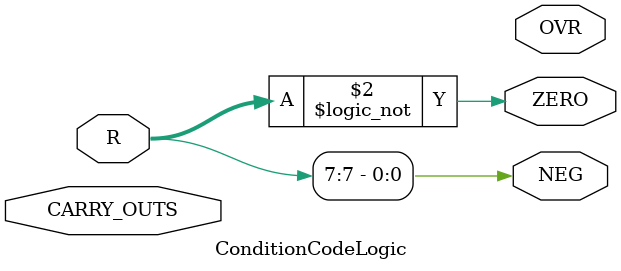
<source format=sv>
/**
cse3341, digital logic 2, lab 3
George Boone
1002055713

represents the module named "Condition Code Logic" on Figure 6 of design requiements.

- added input 'CARRY_OUTS' which holds the values of carry out to each bit. 
	I dont thing its possible to tell overflow otherwise only knowing the final value,
	didnt see anything in hte lab docs saying we couldnt do this either.
	
	i.e., CARRY_OUTS[0]==1 => first bit[0] had a carry out.
*/

module ConditionCodeLogic #(
		parameter N = 8
	)(
		input [N - 1:0] R,
		input [N - 1:0] CARRY_OUTS,
		
		output OVR,			//overflow
		output ZERO,		//zero
		output NEG			//negative
	);

	assign OVE	= CARRY_OUTS[N - 1] ^ CARRY_OUTS[N - 2];	// C_(n) xor C_(n-1)
	assign ZERO = R == 8'd0;	
	assign NEG	= R[N - 1];			//value of MSB
	
endmodule

</source>
